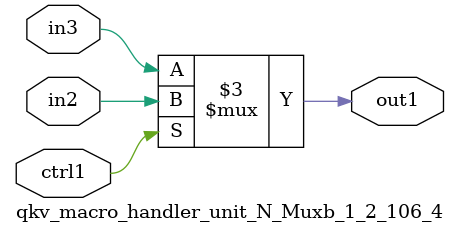
<source format=v>

`timescale 1ps / 1ps


module qkv_macro_handler_unit_N_Muxb_1_2_106_4( in3, in2, ctrl1, out1 );

    input in3;
    input in2;
    input ctrl1;
    output out1;
    reg out1;

    
    // rtl_process:qkv_macro_handler_unit_N_Muxb_1_2_106_4/qkv_macro_handler_unit_N_Muxb_1_2_106_4_thread_1
    always @*
      begin : qkv_macro_handler_unit_N_Muxb_1_2_106_4_thread_1
        case (ctrl1) 
          1'b1: 
            begin
              out1 = in2;
            end
          default: 
            begin
              out1 = in3;
            end
        endcase
      end

endmodule



</source>
